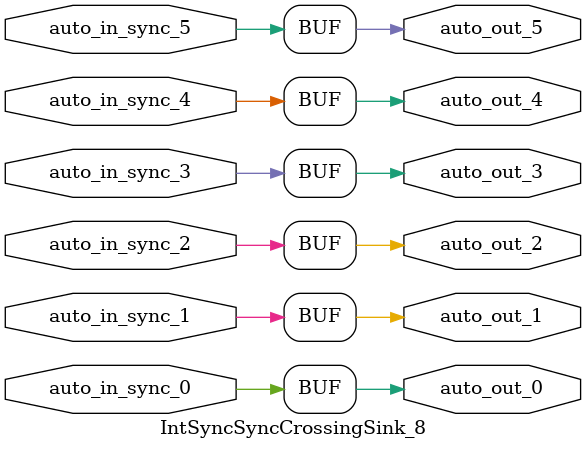
<source format=sv>
`ifndef RANDOMIZE
  `ifdef RANDOMIZE_MEM_INIT
    `define RANDOMIZE
  `endif // RANDOMIZE_MEM_INIT
`endif // not def RANDOMIZE
`ifndef RANDOMIZE
  `ifdef RANDOMIZE_REG_INIT
    `define RANDOMIZE
  `endif // RANDOMIZE_REG_INIT
`endif // not def RANDOMIZE

`ifndef RANDOM
  `define RANDOM $random
`endif // not def RANDOM

// Users can define INIT_RANDOM as general code that gets injected into the
// initializer block for modules with registers.
`ifndef INIT_RANDOM
  `define INIT_RANDOM
`endif // not def INIT_RANDOM

// If using random initialization, you can also define RANDOMIZE_DELAY to
// customize the delay used, otherwise 0.002 is used.
`ifndef RANDOMIZE_DELAY
  `define RANDOMIZE_DELAY 0.002
`endif // not def RANDOMIZE_DELAY

// Define INIT_RANDOM_PROLOG_ for use in our modules below.
`ifndef INIT_RANDOM_PROLOG_
  `ifdef RANDOMIZE
    `ifdef VERILATOR
      `define INIT_RANDOM_PROLOG_ `INIT_RANDOM
    `else  // VERILATOR
      `define INIT_RANDOM_PROLOG_ `INIT_RANDOM #`RANDOMIZE_DELAY begin end
    `endif // VERILATOR
  `else  // RANDOMIZE
    `define INIT_RANDOM_PROLOG_
  `endif // RANDOMIZE
`endif // not def INIT_RANDOM_PROLOG_

// Include register initializers in init blocks unless synthesis is set
`ifndef SYNTHESIS
  `ifndef ENABLE_INITIAL_REG_
    `define ENABLE_INITIAL_REG_
  `endif // not def ENABLE_INITIAL_REG_
`endif // not def SYNTHESIS

// Include rmemory initializers in init blocks unless synthesis is set
`ifndef SYNTHESIS
  `ifndef ENABLE_INITIAL_MEM_
    `define ENABLE_INITIAL_MEM_
  `endif // not def ENABLE_INITIAL_MEM_
`endif // not def SYNTHESIS

// Standard header to adapt well known macros for prints and assertions.

// Users can define 'PRINTF_COND' to add an extra gate to prints.
`ifndef PRINTF_COND_
  `ifdef PRINTF_COND
    `define PRINTF_COND_ (`PRINTF_COND)
  `else  // PRINTF_COND
    `define PRINTF_COND_ 1
  `endif // PRINTF_COND
`endif // not def PRINTF_COND_

// Users can define 'ASSERT_VERBOSE_COND' to add an extra gate to assert error printing.
`ifndef ASSERT_VERBOSE_COND_
  `ifdef ASSERT_VERBOSE_COND
    `define ASSERT_VERBOSE_COND_ (`ASSERT_VERBOSE_COND)
  `else  // ASSERT_VERBOSE_COND
    `define ASSERT_VERBOSE_COND_ 1
  `endif // ASSERT_VERBOSE_COND
`endif // not def ASSERT_VERBOSE_COND_

// Users can define 'STOP_COND' to add an extra gate to stop conditions.
`ifndef STOP_COND_
  `ifdef STOP_COND
    `define STOP_COND_ (`STOP_COND)
  `else  // STOP_COND
    `define STOP_COND_ 1
  `endif // STOP_COND
`endif // not def STOP_COND_

module IntSyncSyncCrossingSink_8(
  input  auto_in_sync_0,	// @[generators/rocket-chip/src/main/scala/diplomacy/LazyModule.scala:366:18]
         auto_in_sync_1,	// @[generators/rocket-chip/src/main/scala/diplomacy/LazyModule.scala:366:18]
         auto_in_sync_2,	// @[generators/rocket-chip/src/main/scala/diplomacy/LazyModule.scala:366:18]
         auto_in_sync_3,	// @[generators/rocket-chip/src/main/scala/diplomacy/LazyModule.scala:366:18]
         auto_in_sync_4,	// @[generators/rocket-chip/src/main/scala/diplomacy/LazyModule.scala:366:18]
         auto_in_sync_5,	// @[generators/rocket-chip/src/main/scala/diplomacy/LazyModule.scala:366:18]
  output auto_out_0,	// @[generators/rocket-chip/src/main/scala/diplomacy/LazyModule.scala:366:18]
         auto_out_1,	// @[generators/rocket-chip/src/main/scala/diplomacy/LazyModule.scala:366:18]
         auto_out_2,	// @[generators/rocket-chip/src/main/scala/diplomacy/LazyModule.scala:366:18]
         auto_out_3,	// @[generators/rocket-chip/src/main/scala/diplomacy/LazyModule.scala:366:18]
         auto_out_4,	// @[generators/rocket-chip/src/main/scala/diplomacy/LazyModule.scala:366:18]
         auto_out_5	// @[generators/rocket-chip/src/main/scala/diplomacy/LazyModule.scala:366:18]
);

  assign auto_out_0 = auto_in_sync_0;
  assign auto_out_1 = auto_in_sync_1;
  assign auto_out_2 = auto_in_sync_2;
  assign auto_out_3 = auto_in_sync_3;
  assign auto_out_4 = auto_in_sync_4;
  assign auto_out_5 = auto_in_sync_5;
endmodule


</source>
